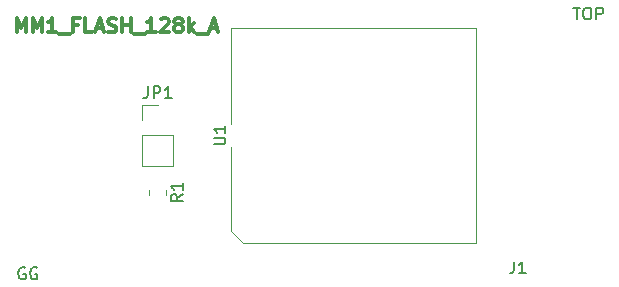
<source format=gbr>
G04 #@! TF.GenerationSoftware,KiCad,Pcbnew,(5.1.8)-1*
G04 #@! TF.CreationDate,2020-11-23T14:14:14+01:00*
G04 #@! TF.ProjectId,MM1_FLASH_128k_A,4d4d315f-464c-4415-9348-5f3132386b5f,R1*
G04 #@! TF.SameCoordinates,PX6b49d20PY52f83c0*
G04 #@! TF.FileFunction,Legend,Top*
G04 #@! TF.FilePolarity,Positive*
%FSLAX46Y46*%
G04 Gerber Fmt 4.6, Leading zero omitted, Abs format (unit mm)*
G04 Created by KiCad (PCBNEW (5.1.8)-1) date 2020-11-23 14:14:14*
%MOMM*%
%LPD*%
G01*
G04 APERTURE LIST*
%ADD10C,0.150000*%
%ADD11C,0.300000*%
%ADD12C,0.120000*%
G04 APERTURE END LIST*
D10*
X1761904Y-23000000D02*
X1666666Y-22952380D01*
X1523809Y-22952380D01*
X1380952Y-23000000D01*
X1285714Y-23095238D01*
X1238095Y-23190476D01*
X1190476Y-23380952D01*
X1190476Y-23523809D01*
X1238095Y-23714285D01*
X1285714Y-23809523D01*
X1380952Y-23904761D01*
X1523809Y-23952380D01*
X1619047Y-23952380D01*
X1761904Y-23904761D01*
X1809523Y-23857142D01*
X1809523Y-23523809D01*
X1619047Y-23523809D01*
X2761904Y-23000000D02*
X2666666Y-22952380D01*
X2523809Y-22952380D01*
X2380952Y-23000000D01*
X2285714Y-23095238D01*
X2238095Y-23190476D01*
X2190476Y-23380952D01*
X2190476Y-23523809D01*
X2238095Y-23714285D01*
X2285714Y-23809523D01*
X2380952Y-23904761D01*
X2523809Y-23952380D01*
X2619047Y-23952380D01*
X2761904Y-23904761D01*
X2809523Y-23857142D01*
X2809523Y-23523809D01*
X2619047Y-23523809D01*
X48190476Y-952380D02*
X48761904Y-952380D01*
X48476190Y-1952380D02*
X48476190Y-952380D01*
X49285714Y-952380D02*
X49476190Y-952380D01*
X49571428Y-1000000D01*
X49666666Y-1095238D01*
X49714285Y-1285714D01*
X49714285Y-1619047D01*
X49666666Y-1809523D01*
X49571428Y-1904761D01*
X49476190Y-1952380D01*
X49285714Y-1952380D01*
X49190476Y-1904761D01*
X49095238Y-1809523D01*
X49047619Y-1619047D01*
X49047619Y-1285714D01*
X49095238Y-1095238D01*
X49190476Y-1000000D01*
X49285714Y-952380D01*
X50142857Y-1952380D02*
X50142857Y-952380D01*
X50523809Y-952380D01*
X50619047Y-1000000D01*
X50666666Y-1047619D01*
X50714285Y-1142857D01*
X50714285Y-1285714D01*
X50666666Y-1380952D01*
X50619047Y-1428571D01*
X50523809Y-1476190D01*
X50142857Y-1476190D01*
D11*
X1042857Y-3042857D02*
X1042857Y-1842857D01*
X1442857Y-2700000D01*
X1842857Y-1842857D01*
X1842857Y-3042857D01*
X2414285Y-3042857D02*
X2414285Y-1842857D01*
X2814285Y-2700000D01*
X3214285Y-1842857D01*
X3214285Y-3042857D01*
X4414285Y-3042857D02*
X3728571Y-3042857D01*
X4071428Y-3042857D02*
X4071428Y-1842857D01*
X3957142Y-2014285D01*
X3842857Y-2128571D01*
X3728571Y-2185714D01*
X4642857Y-3157142D02*
X5557142Y-3157142D01*
X6242857Y-2414285D02*
X5842857Y-2414285D01*
X5842857Y-3042857D02*
X5842857Y-1842857D01*
X6414285Y-1842857D01*
X7442857Y-3042857D02*
X6871428Y-3042857D01*
X6871428Y-1842857D01*
X7785714Y-2700000D02*
X8357142Y-2700000D01*
X7671428Y-3042857D02*
X8071428Y-1842857D01*
X8471428Y-3042857D01*
X8814285Y-2985714D02*
X8985714Y-3042857D01*
X9271428Y-3042857D01*
X9385714Y-2985714D01*
X9442857Y-2928571D01*
X9500000Y-2814285D01*
X9500000Y-2700000D01*
X9442857Y-2585714D01*
X9385714Y-2528571D01*
X9271428Y-2471428D01*
X9042857Y-2414285D01*
X8928571Y-2357142D01*
X8871428Y-2300000D01*
X8814285Y-2185714D01*
X8814285Y-2071428D01*
X8871428Y-1957142D01*
X8928571Y-1900000D01*
X9042857Y-1842857D01*
X9328571Y-1842857D01*
X9500000Y-1900000D01*
X10014285Y-3042857D02*
X10014285Y-1842857D01*
X10014285Y-2414285D02*
X10700000Y-2414285D01*
X10700000Y-3042857D02*
X10700000Y-1842857D01*
X10985714Y-3157142D02*
X11900000Y-3157142D01*
X12814285Y-3042857D02*
X12128571Y-3042857D01*
X12471428Y-3042857D02*
X12471428Y-1842857D01*
X12357142Y-2014285D01*
X12242857Y-2128571D01*
X12128571Y-2185714D01*
X13271428Y-1957142D02*
X13328571Y-1900000D01*
X13442857Y-1842857D01*
X13728571Y-1842857D01*
X13842857Y-1900000D01*
X13899999Y-1957142D01*
X13957142Y-2071428D01*
X13957142Y-2185714D01*
X13899999Y-2357142D01*
X13214285Y-3042857D01*
X13957142Y-3042857D01*
X14642857Y-2357142D02*
X14528571Y-2300000D01*
X14471428Y-2242857D01*
X14414285Y-2128571D01*
X14414285Y-2071428D01*
X14471428Y-1957142D01*
X14528571Y-1900000D01*
X14642857Y-1842857D01*
X14871428Y-1842857D01*
X14985714Y-1900000D01*
X15042857Y-1957142D01*
X15099999Y-2071428D01*
X15099999Y-2128571D01*
X15042857Y-2242857D01*
X14985714Y-2300000D01*
X14871428Y-2357142D01*
X14642857Y-2357142D01*
X14528571Y-2414285D01*
X14471428Y-2471428D01*
X14414285Y-2585714D01*
X14414285Y-2814285D01*
X14471428Y-2928571D01*
X14528571Y-2985714D01*
X14642857Y-3042857D01*
X14871428Y-3042857D01*
X14985714Y-2985714D01*
X15042857Y-2928571D01*
X15099999Y-2814285D01*
X15099999Y-2585714D01*
X15042857Y-2471428D01*
X14985714Y-2414285D01*
X14871428Y-2357142D01*
X15614285Y-3042857D02*
X15614285Y-1842857D01*
X15728571Y-2585714D02*
X16071428Y-3042857D01*
X16071428Y-2242857D02*
X15614285Y-2700000D01*
X16299999Y-3157142D02*
X17214285Y-3157142D01*
X17442857Y-2700000D02*
X18014285Y-2700000D01*
X17328571Y-3042857D02*
X17728571Y-1842857D01*
X18128571Y-3042857D01*
D12*
X12265000Y-16360936D02*
X12265000Y-16815064D01*
X13735000Y-16360936D02*
X13735000Y-16815064D01*
X19180000Y-2645000D02*
X19180000Y-10770000D01*
X39980000Y-2645000D02*
X19180000Y-2645000D01*
X39980000Y-20895000D02*
X39980000Y-2645000D01*
X20180000Y-20895000D02*
X39980000Y-20895000D01*
X19180000Y-19895000D02*
X20180000Y-20895000D01*
X19180000Y-12770000D02*
X19180000Y-19895000D01*
X11670000Y-14370000D02*
X14330000Y-14370000D01*
X11670000Y-11770000D02*
X11670000Y-14370000D01*
X14330000Y-11770000D02*
X14330000Y-14370000D01*
X11670000Y-11770000D02*
X14330000Y-11770000D01*
X11670000Y-10500000D02*
X11670000Y-9170000D01*
X11670000Y-9170000D02*
X13000000Y-9170000D01*
D10*
X43166666Y-22452380D02*
X43166666Y-23166666D01*
X43119047Y-23309523D01*
X43023809Y-23404761D01*
X42880952Y-23452380D01*
X42785714Y-23452380D01*
X44166666Y-23452380D02*
X43595238Y-23452380D01*
X43880952Y-23452380D02*
X43880952Y-22452380D01*
X43785714Y-22595238D01*
X43690476Y-22690476D01*
X43595238Y-22738095D01*
X15102380Y-16754666D02*
X14626190Y-17088000D01*
X15102380Y-17326095D02*
X14102380Y-17326095D01*
X14102380Y-16945142D01*
X14150000Y-16849904D01*
X14197619Y-16802285D01*
X14292857Y-16754666D01*
X14435714Y-16754666D01*
X14530952Y-16802285D01*
X14578571Y-16849904D01*
X14626190Y-16945142D01*
X14626190Y-17326095D01*
X15102380Y-15802285D02*
X15102380Y-16373714D01*
X15102380Y-16088000D02*
X14102380Y-16088000D01*
X14245238Y-16183238D01*
X14340476Y-16278476D01*
X14388095Y-16373714D01*
X17732380Y-12531904D02*
X18541904Y-12531904D01*
X18637142Y-12484285D01*
X18684761Y-12436666D01*
X18732380Y-12341428D01*
X18732380Y-12150952D01*
X18684761Y-12055714D01*
X18637142Y-12008095D01*
X18541904Y-11960476D01*
X17732380Y-11960476D01*
X18732380Y-10960476D02*
X18732380Y-11531904D01*
X18732380Y-11246190D02*
X17732380Y-11246190D01*
X17875238Y-11341428D01*
X17970476Y-11436666D01*
X18018095Y-11531904D01*
X12166666Y-7622380D02*
X12166666Y-8336666D01*
X12119047Y-8479523D01*
X12023809Y-8574761D01*
X11880952Y-8622380D01*
X11785714Y-8622380D01*
X12642857Y-8622380D02*
X12642857Y-7622380D01*
X13023809Y-7622380D01*
X13119047Y-7670000D01*
X13166666Y-7717619D01*
X13214285Y-7812857D01*
X13214285Y-7955714D01*
X13166666Y-8050952D01*
X13119047Y-8098571D01*
X13023809Y-8146190D01*
X12642857Y-8146190D01*
X14166666Y-8622380D02*
X13595238Y-8622380D01*
X13880952Y-8622380D02*
X13880952Y-7622380D01*
X13785714Y-7765238D01*
X13690476Y-7860476D01*
X13595238Y-7908095D01*
M02*

</source>
